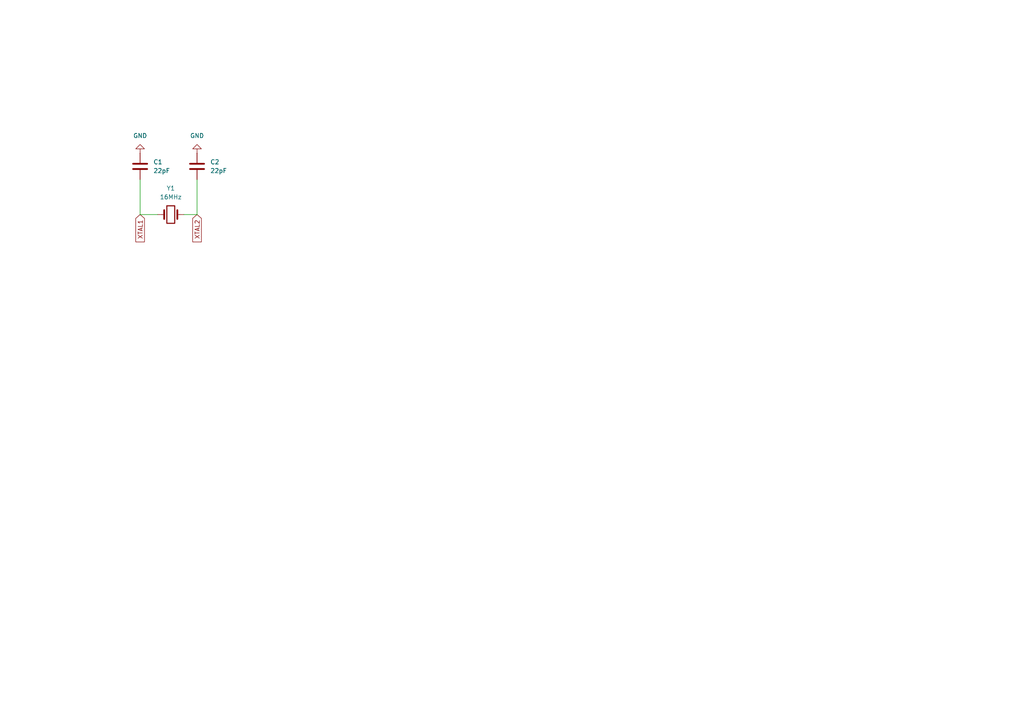
<source format=kicad_sch>
(kicad_sch (version 20231120) (generator "eeschema") (generator_version "8.0")
  (paper "A4")
  (lib_symbols
    (symbol "Device:C" (pin_numbers hide) (pin_names (offset 0.254))
      (property "Reference" "C" (at 0.635 2.54 0))
      (property "Value" "C" (at 0.635 -2.54 0))
      (symbol "C_0_1"
        (polyline (pts (xy -2.032 -0.762) (xy 2.032 -0.762)) (stroke (width 0.508)))
        (polyline (pts (xy -2.032 0.762) (xy 2.032 0.762)) (stroke (width 0.508)))
      )
      (symbol "C_1_1"
        (pin passive line (at 0 3.81 270) (length 2.794) (name "~") (number "1"))
        (pin passive line (at 0 -3.81 90) (length 2.794) (name "~") (number "2"))
      )
    )
    (symbol "Device:Crystal" (pin_numbers hide) (pin_names (offset 1.016) hide)
      (property "Reference" "Y" (at 0 3.81 0))
      (property "Value" "Crystal" (at 0 -3.81 0))
      (symbol "Crystal_0_1"
        (rectangle (start -1.143 2.54) (end 1.143 -2.54) (stroke (width 0.3048)))
        (polyline (pts (xy -2.54 0) (xy -1.905 0)))
        (polyline (pts (xy -1.905 -1.27) (xy -1.905 1.27)) (stroke (width 0.508)))
        (polyline (pts (xy 1.905 -1.27) (xy 1.905 1.27)) (stroke (width 0.508)))
        (polyline (pts (xy 2.54 0) (xy 1.905 0)))
      )
      (symbol "Crystal_1_1"
        (pin passive line (at -3.81 0 0) (length 1.27) (name "1") (number "1"))
        (pin passive line (at 3.81 0 180) (length 1.27) (name "2") (number "2"))
      )
    )
    (symbol "power:GND" (power) (pin_numbers hide) (pin_names (offset 0) hide)
      (property "Value" "GND" (at 0 -3.81 0))
      (symbol "GND_0_1"
        (polyline (pts (xy 0 0) (xy 0 -1.27) (xy 1.27 -1.27) (xy 0 -2.54) (xy -1.27 -1.27) (xy 0 -1.27)))
      )
      (symbol "GND_1_1"
        (pin power_in line (at 0 0 270) (length 0) (name "~") (number "1"))
      )
    )
  )
  (wire (pts (xy 53.34 62.23) (xy 57.15 62.23)))
  (wire (pts (xy 40.64 62.23) (xy 40.64 52.07)))
  (wire (pts (xy 45.72 62.23) (xy 40.64 62.23)))
  (wire (pts (xy 57.15 62.23) (xy 57.15 52.07)))
  (global_label "XTAL1" (shape input) (at 40.64 62.23 270) (property "Intersheetrefs" "${INTERSHEET_REFS}" (effects (hide yes))))
  (global_label "XTAL2" (shape input) (at 57.15 62.23 270) (property "Intersheetrefs" "${INTERSHEET_REFS}" (effects (hide yes))))
  (symbol (lib_id "Device:C") (at 40.64 48.26 180) (unit 1)
    (property "Reference" "C1" (at 44.45 46.9899 0) (effects (justify right)))
    (property "Value" "22pF" (at 44.45 49.5299 0) (effects (justify right)))
    (property "Footprint" "Capacitor_SMD:C_1206_3216Metric" (effects (hide yes)))
    (property "Description" "Unpolarized capacitor" (effects (hide yes)))
  )
  (symbol (lib_id "Device:Crystal") (at 49.53 62.23 180) (unit 1)
    (property "Reference" "Y1" (at 49.53 54.61 0))
    (property "Value" "16MHz" (at 49.53 57.15 0))
    (property "Footprint" "Crystal:Crystal_SMD_HC49-SD" (effects (hide yes)))
    (property "Description" "Two pin crystal" (effects (hide yes)))
  )
  (symbol (lib_id "Device:C") (at 57.15 48.26 180) (unit 1)
    (property "Reference" "C2" (at 60.96 46.9899 0) (effects (justify right)))
    (property "Value" "22pF" (at 60.96 49.5299 0) (effects (justify right)))
    (property "Footprint" "Capacitor_SMD:C_1206_3216Metric" (effects (hide yes)))
    (property "Description" "Unpolarized capacitor" (effects (hide yes)))
  )
  (symbol (lib_id "power:GND") (at 40.64 44.45 180) (unit 1)
    (property "Reference" "#PWR013" (effects (hide yes)))
    (property "Value" "GND" (at 40.64 39.37 0))
    (property "Description" "Power symbol creates a global label with name \"GND\" , ground" (effects (hide yes)))
  )
  (symbol (lib_id "power:GND") (at 57.15 44.45 180) (unit 1)
    (property "Reference" "#PWR064" (effects (hide yes)))
    (property "Value" "GND" (at 57.15 39.37 0))
    (property "Description" "Power symbol creates a global label with name \"GND\" , ground" (effects (hide yes)))
  )
)
</source>
